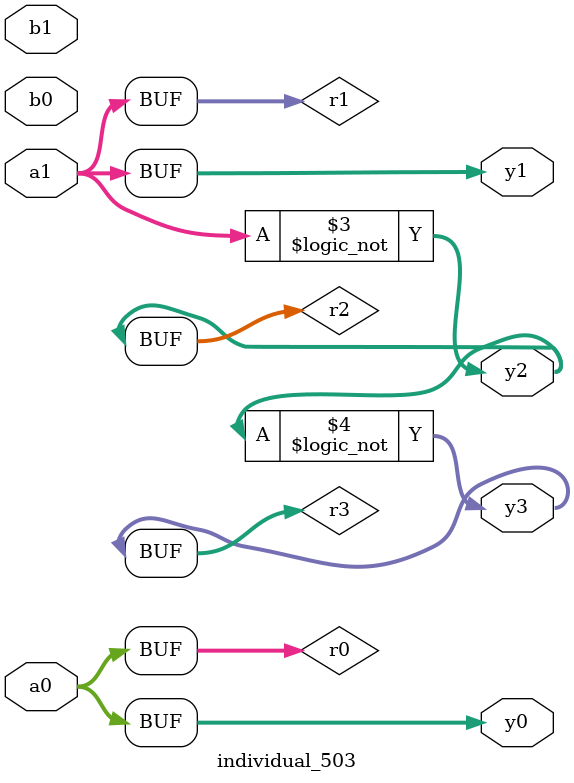
<source format=sv>
module individual_503(input logic [15:0] a1, input logic [15:0] a0, input logic [15:0] b1, input logic [15:0] b0, output logic [15:0] y3, output logic [15:0] y2, output logic [15:0] y1, output logic [15:0] y0);
logic [15:0] r0, r1, r2, r3; 
 always@(*) begin 
	 r0 = a0; r1 = a1; r2 = b0; r3 = b1; 
 	 r3  &=  r3 ;
 	 r2 = ! a1 ;
 	 r3 = ! r2 ;
 	 y3 = r3; y2 = r2; y1 = r1; y0 = r0; 
end
endmodule
</source>
